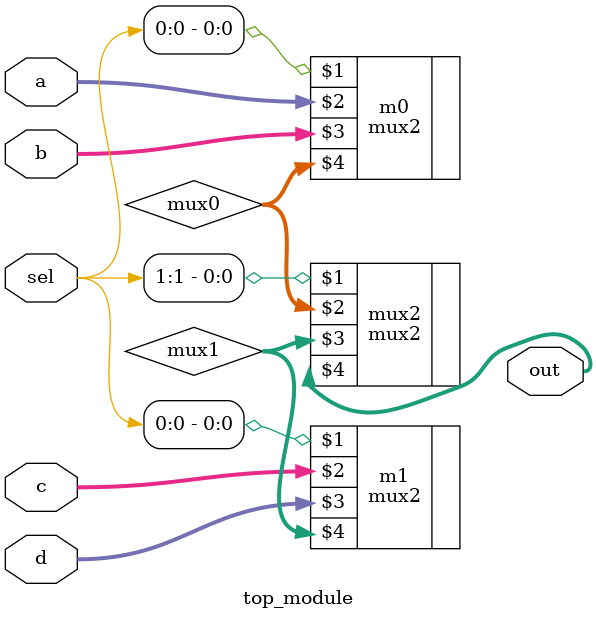
<source format=v>
module top_module (
    input [1:0] sel,
    input [7:0] a,
    input [7:0] b,
    input [7:0] c,
    input [7:0] d,
    output [7:0] out  ); //
    wire [7:0]mux0, mux1,mux3;
    mux2 m0 ( sel[0],    a,    b, mux0 );
    mux2 m1 ( sel[0],    c,    d, mux1 );
    mux2 mux2 ( sel[1], mux0, mux1,  out ); //mux1,0 ---error
endmodule

</source>
